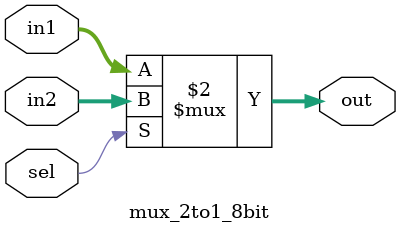
<source format=v>
module mux_2to1_8bit (in1, in2, sel, out);

input [7:0] in1, in2;
input sel;

output reg [7:0] out;

always @ (*) begin
	out <= sel ? in2 : in1;
end

endmodule
</source>
